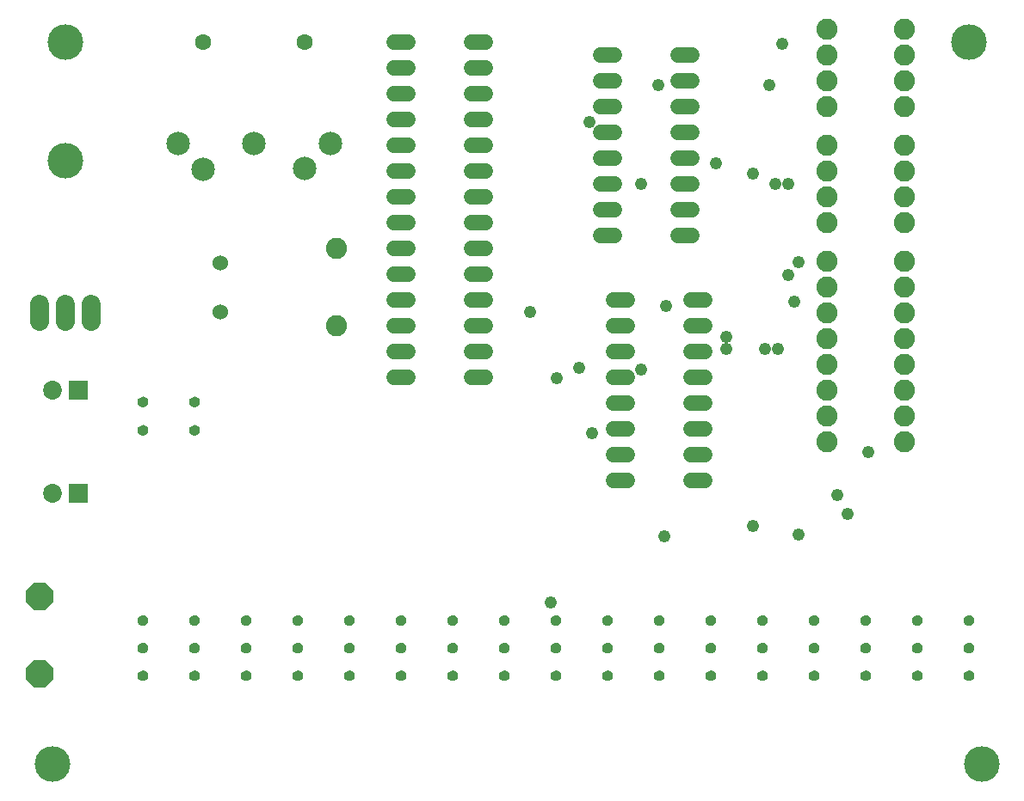
<source format=gts>
G75*
G70*
%OFA0B0*%
%FSLAX24Y24*%
%IPPOS*%
%LPD*%
%AMOC8*
5,1,8,0,0,1.08239X$1,22.5*
%
%ADD10C,0.0907*%
%ADD11C,0.0631*%
%ADD12C,0.0600*%
%ADD13C,0.1380*%
%ADD14C,0.0820*%
%ADD15OC8,0.1080*%
%ADD16C,0.0050*%
%ADD17C,0.0740*%
%ADD18R,0.0730X0.0730*%
%ADD19C,0.0730*%
%ADD20C,0.0600*%
%ADD21C,0.0480*%
D10*
X008546Y024687D03*
X007573Y025683D03*
X010518Y025680D03*
X012483Y024691D03*
X013483Y025683D03*
D11*
X012479Y029613D03*
X008546Y029613D03*
D12*
X015939Y029601D02*
X016459Y029601D01*
X016459Y028601D02*
X015939Y028601D01*
X015939Y027601D02*
X016459Y027601D01*
X016459Y026601D02*
X015939Y026601D01*
X015939Y025601D02*
X016459Y025601D01*
X016459Y024601D02*
X015939Y024601D01*
X015939Y023601D02*
X016459Y023601D01*
X016459Y022601D02*
X015939Y022601D01*
X015939Y021601D02*
X016459Y021601D01*
X016459Y020601D02*
X015939Y020601D01*
X015939Y019601D02*
X016459Y019601D01*
X016459Y018601D02*
X015939Y018601D01*
X015939Y017601D02*
X016459Y017601D01*
X016459Y016601D02*
X015939Y016601D01*
X018939Y016601D02*
X019459Y016601D01*
X019459Y017601D02*
X018939Y017601D01*
X018939Y018601D02*
X019459Y018601D01*
X019459Y019601D02*
X018939Y019601D01*
X018939Y020601D02*
X019459Y020601D01*
X019459Y021601D02*
X018939Y021601D01*
X018939Y022601D02*
X019459Y022601D01*
X019459Y023601D02*
X018939Y023601D01*
X018939Y024601D02*
X019459Y024601D01*
X019459Y025601D02*
X018939Y025601D01*
X018939Y026601D02*
X019459Y026601D01*
X019459Y027601D02*
X018939Y027601D01*
X018939Y028601D02*
X019459Y028601D01*
X019459Y029601D02*
X018939Y029601D01*
X023939Y029101D02*
X024459Y029101D01*
X024459Y028101D02*
X023939Y028101D01*
X023939Y027101D02*
X024459Y027101D01*
X024459Y026101D02*
X023939Y026101D01*
X023939Y025101D02*
X024459Y025101D01*
X024459Y024101D02*
X023939Y024101D01*
X023939Y023101D02*
X024459Y023101D01*
X024459Y022101D02*
X023939Y022101D01*
X026939Y022101D02*
X027459Y022101D01*
X027459Y023101D02*
X026939Y023101D01*
X026939Y024101D02*
X027459Y024101D01*
X027459Y025101D02*
X026939Y025101D01*
X026939Y026101D02*
X027459Y026101D01*
X027459Y027101D02*
X026939Y027101D01*
X026939Y028101D02*
X027459Y028101D01*
X027459Y029101D02*
X026939Y029101D01*
X027439Y019601D02*
X027959Y019601D01*
X027959Y018601D02*
X027439Y018601D01*
X027439Y017601D02*
X027959Y017601D01*
X027959Y016601D02*
X027439Y016601D01*
X027439Y015601D02*
X027959Y015601D01*
X027959Y014601D02*
X027439Y014601D01*
X027439Y013601D02*
X027959Y013601D01*
X027959Y012601D02*
X027439Y012601D01*
X024959Y012601D02*
X024439Y012601D01*
X024439Y013601D02*
X024959Y013601D01*
X024959Y014601D02*
X024439Y014601D01*
X024439Y015601D02*
X024959Y015601D01*
X024959Y016601D02*
X024439Y016601D01*
X024439Y017601D02*
X024959Y017601D01*
X024959Y018601D02*
X024439Y018601D01*
X024439Y019601D02*
X024959Y019601D01*
D13*
X002699Y001601D03*
X003199Y025001D03*
X003199Y029601D03*
X038199Y029601D03*
X038699Y001601D03*
D14*
X035699Y014101D03*
X035699Y015101D03*
X035699Y016101D03*
X035699Y017101D03*
X035699Y018101D03*
X035699Y019101D03*
X035699Y020101D03*
X035699Y021101D03*
X035699Y022601D03*
X035699Y023601D03*
X035699Y024601D03*
X035699Y025601D03*
X035699Y027101D03*
X035699Y028101D03*
X035699Y029101D03*
X035699Y030101D03*
X032699Y030101D03*
X032699Y029101D03*
X032699Y028101D03*
X032699Y027101D03*
X032699Y025601D03*
X032699Y024601D03*
X032699Y023601D03*
X032699Y022601D03*
X032699Y021101D03*
X032699Y020101D03*
X032699Y019101D03*
X032699Y018101D03*
X032699Y017101D03*
X032699Y016101D03*
X032699Y015101D03*
X032699Y014101D03*
X013699Y018601D03*
X013699Y021601D03*
D15*
X002199Y008101D03*
X002199Y005101D03*
D16*
X006025Y005022D02*
X006031Y004984D01*
X006044Y004948D01*
X006065Y004916D01*
X006093Y004890D01*
X006126Y004870D01*
X006162Y004858D01*
X006200Y004855D01*
X006239Y004859D01*
X006275Y004871D01*
X006308Y004891D01*
X006336Y004919D01*
X006357Y004951D01*
X006370Y004987D01*
X006374Y005026D01*
X006371Y005065D01*
X006358Y005103D01*
X006338Y005137D01*
X006310Y005165D01*
X006277Y005187D01*
X006240Y005201D01*
X006200Y005206D01*
X006161Y005200D01*
X006123Y005186D01*
X006089Y005164D01*
X006062Y005135D01*
X006041Y005100D01*
X006029Y005062D01*
X006025Y005022D01*
X006028Y005004D02*
X006372Y005004D01*
X006372Y005052D02*
X006028Y005052D01*
X006042Y005101D02*
X006359Y005101D01*
X006326Y005149D02*
X006076Y005149D01*
X006154Y005198D02*
X006247Y005198D01*
X006358Y004955D02*
X006041Y004955D01*
X006075Y004907D02*
X006324Y004907D01*
X006231Y004858D02*
X006164Y004858D01*
X006203Y005925D02*
X006242Y005929D01*
X006278Y005941D01*
X006311Y005961D01*
X006339Y005989D01*
X006360Y006021D01*
X006373Y006057D01*
X006377Y006096D01*
X006374Y006135D01*
X006361Y006173D01*
X006341Y006207D01*
X006313Y006235D01*
X006280Y006257D01*
X006243Y006271D01*
X006203Y006276D01*
X006164Y006270D01*
X006126Y006256D01*
X006092Y006234D01*
X006065Y006205D01*
X006044Y006170D01*
X006032Y006132D01*
X006028Y006092D01*
X006034Y006054D01*
X006047Y006018D01*
X006068Y005986D01*
X006096Y005960D01*
X006129Y005940D01*
X006165Y005928D01*
X006203Y005925D01*
X006215Y005926D02*
X006190Y005926D01*
X006080Y005975D02*
X006325Y005975D01*
X006360Y006023D02*
X006045Y006023D01*
X006031Y006072D02*
X006374Y006072D01*
X006375Y006120D02*
X006031Y006120D01*
X006044Y006169D02*
X006363Y006169D01*
X006330Y006217D02*
X006077Y006217D01*
X006152Y006266D02*
X006256Y006266D01*
X006199Y006997D02*
X006238Y007001D01*
X006274Y007013D01*
X006307Y007033D01*
X006335Y007061D01*
X006356Y007093D01*
X006369Y007129D01*
X006373Y007168D01*
X006370Y007207D01*
X006357Y007245D01*
X006337Y007279D01*
X006309Y007307D01*
X006276Y007329D01*
X006239Y007343D01*
X006199Y007348D01*
X006160Y007342D01*
X006122Y007328D01*
X006088Y007306D01*
X006061Y007277D01*
X006040Y007242D01*
X006028Y007204D01*
X006024Y007164D01*
X006030Y007126D01*
X006043Y007090D01*
X006064Y007058D01*
X006092Y007032D01*
X006125Y007012D01*
X006161Y007000D01*
X006199Y006997D01*
X006316Y007042D02*
X006080Y007042D01*
X006043Y007091D02*
X006354Y007091D01*
X006370Y007140D02*
X006028Y007140D01*
X006026Y007188D02*
X006371Y007188D01*
X006360Y007237D02*
X006038Y007237D01*
X006069Y007285D02*
X006330Y007285D01*
X006263Y007334D02*
X006137Y007334D01*
X008024Y007164D02*
X008028Y007204D01*
X008040Y007242D01*
X008061Y007277D01*
X008088Y007306D01*
X008122Y007328D01*
X008160Y007342D01*
X008199Y007348D01*
X008239Y007343D01*
X008276Y007329D01*
X008309Y007307D01*
X008337Y007279D01*
X008357Y007245D01*
X008370Y007207D01*
X008373Y007168D01*
X008369Y007129D01*
X008356Y007093D01*
X008335Y007061D01*
X008307Y007033D01*
X008274Y007013D01*
X008238Y007001D01*
X008199Y006997D01*
X008161Y007000D01*
X008125Y007012D01*
X008092Y007032D01*
X008064Y007058D01*
X008043Y007090D01*
X008030Y007126D01*
X008024Y007164D01*
X008026Y007188D02*
X008371Y007188D01*
X008370Y007140D02*
X008028Y007140D01*
X008043Y007091D02*
X008354Y007091D01*
X008316Y007042D02*
X008080Y007042D01*
X008038Y007237D02*
X008360Y007237D01*
X008330Y007285D02*
X008069Y007285D01*
X008137Y007334D02*
X008263Y007334D01*
X008203Y006276D02*
X008243Y006271D01*
X008280Y006257D01*
X008313Y006235D01*
X008341Y006207D01*
X008361Y006173D01*
X008374Y006135D01*
X008377Y006096D01*
X008373Y006057D01*
X008360Y006021D01*
X008339Y005989D01*
X008311Y005961D01*
X008278Y005941D01*
X008242Y005929D01*
X008203Y005925D01*
X008165Y005928D01*
X008129Y005940D01*
X008096Y005960D01*
X008068Y005986D01*
X008047Y006018D01*
X008034Y006054D01*
X008028Y006092D01*
X008032Y006132D01*
X008044Y006170D01*
X008065Y006205D01*
X008092Y006234D01*
X008126Y006256D01*
X008164Y006270D01*
X008203Y006276D01*
X008152Y006266D02*
X008256Y006266D01*
X008330Y006217D02*
X008077Y006217D01*
X008044Y006169D02*
X008363Y006169D01*
X008375Y006120D02*
X008031Y006120D01*
X008031Y006072D02*
X008374Y006072D01*
X008360Y006023D02*
X008045Y006023D01*
X008080Y005975D02*
X008325Y005975D01*
X008215Y005926D02*
X008190Y005926D01*
X008200Y005206D02*
X008240Y005201D01*
X008277Y005187D01*
X008310Y005165D01*
X008338Y005137D01*
X008358Y005103D01*
X008371Y005065D01*
X008374Y005026D01*
X008370Y004987D01*
X008357Y004951D01*
X008336Y004919D01*
X008308Y004891D01*
X008275Y004871D01*
X008239Y004859D01*
X008200Y004855D01*
X008162Y004858D01*
X008126Y004870D01*
X008093Y004890D01*
X008065Y004916D01*
X008044Y004948D01*
X008031Y004984D01*
X008025Y005022D01*
X008029Y005062D01*
X008041Y005100D01*
X008062Y005135D01*
X008089Y005164D01*
X008123Y005186D01*
X008161Y005200D01*
X008200Y005206D01*
X008154Y005198D02*
X008247Y005198D01*
X008326Y005149D02*
X008076Y005149D01*
X008042Y005101D02*
X008359Y005101D01*
X008372Y005052D02*
X008028Y005052D01*
X008028Y005004D02*
X008372Y005004D01*
X008358Y004955D02*
X008041Y004955D01*
X008075Y004907D02*
X008324Y004907D01*
X008231Y004858D02*
X008164Y004858D01*
X010025Y005022D02*
X010031Y004984D01*
X010044Y004948D01*
X010065Y004916D01*
X010093Y004890D01*
X010126Y004870D01*
X010162Y004858D01*
X010200Y004855D01*
X010239Y004859D01*
X010275Y004871D01*
X010308Y004891D01*
X010336Y004919D01*
X010357Y004951D01*
X010370Y004987D01*
X010374Y005026D01*
X010371Y005065D01*
X010358Y005103D01*
X010338Y005137D01*
X010310Y005165D01*
X010277Y005187D01*
X010240Y005201D01*
X010200Y005206D01*
X010161Y005200D01*
X010123Y005186D01*
X010089Y005164D01*
X010062Y005135D01*
X010041Y005100D01*
X010029Y005062D01*
X010025Y005022D01*
X010028Y005004D02*
X010372Y005004D01*
X010372Y005052D02*
X010028Y005052D01*
X010042Y005101D02*
X010359Y005101D01*
X010326Y005149D02*
X010076Y005149D01*
X010154Y005198D02*
X010247Y005198D01*
X010358Y004955D02*
X010041Y004955D01*
X010075Y004907D02*
X010324Y004907D01*
X010231Y004858D02*
X010164Y004858D01*
X010203Y005925D02*
X010242Y005929D01*
X010278Y005941D01*
X010311Y005961D01*
X010339Y005989D01*
X010360Y006021D01*
X010373Y006057D01*
X010377Y006096D01*
X010374Y006135D01*
X010361Y006173D01*
X010341Y006207D01*
X010313Y006235D01*
X010280Y006257D01*
X010243Y006271D01*
X010203Y006276D01*
X010164Y006270D01*
X010126Y006256D01*
X010092Y006234D01*
X010065Y006205D01*
X010044Y006170D01*
X010032Y006132D01*
X010028Y006092D01*
X010034Y006054D01*
X010047Y006018D01*
X010068Y005986D01*
X010096Y005960D01*
X010129Y005940D01*
X010165Y005928D01*
X010203Y005925D01*
X010215Y005926D02*
X010190Y005926D01*
X010080Y005975D02*
X010325Y005975D01*
X010360Y006023D02*
X010045Y006023D01*
X010031Y006072D02*
X010374Y006072D01*
X010375Y006120D02*
X010031Y006120D01*
X010044Y006169D02*
X010363Y006169D01*
X010330Y006217D02*
X010077Y006217D01*
X010152Y006266D02*
X010256Y006266D01*
X010199Y006997D02*
X010238Y007001D01*
X010274Y007013D01*
X010307Y007033D01*
X010335Y007061D01*
X010356Y007093D01*
X010369Y007129D01*
X010373Y007168D01*
X010370Y007207D01*
X010357Y007245D01*
X010337Y007279D01*
X010309Y007307D01*
X010276Y007329D01*
X010239Y007343D01*
X010199Y007348D01*
X010160Y007342D01*
X010122Y007328D01*
X010088Y007306D01*
X010061Y007277D01*
X010040Y007242D01*
X010028Y007204D01*
X010024Y007164D01*
X010030Y007126D01*
X010043Y007090D01*
X010064Y007058D01*
X010092Y007032D01*
X010125Y007012D01*
X010161Y007000D01*
X010199Y006997D01*
X010316Y007042D02*
X010080Y007042D01*
X010043Y007091D02*
X010354Y007091D01*
X010370Y007140D02*
X010028Y007140D01*
X010026Y007188D02*
X010371Y007188D01*
X010360Y007237D02*
X010038Y007237D01*
X010069Y007285D02*
X010330Y007285D01*
X010263Y007334D02*
X010137Y007334D01*
X012024Y007164D02*
X012028Y007204D01*
X012040Y007242D01*
X012061Y007277D01*
X012088Y007306D01*
X012122Y007328D01*
X012160Y007342D01*
X012199Y007348D01*
X012239Y007343D01*
X012276Y007329D01*
X012309Y007307D01*
X012337Y007279D01*
X012357Y007245D01*
X012370Y007207D01*
X012373Y007168D01*
X012369Y007129D01*
X012356Y007093D01*
X012335Y007061D01*
X012307Y007033D01*
X012274Y007013D01*
X012238Y007001D01*
X012199Y006997D01*
X012161Y007000D01*
X012125Y007012D01*
X012092Y007032D01*
X012064Y007058D01*
X012043Y007090D01*
X012030Y007126D01*
X012024Y007164D01*
X012026Y007188D02*
X012371Y007188D01*
X012370Y007140D02*
X012028Y007140D01*
X012043Y007091D02*
X012354Y007091D01*
X012316Y007042D02*
X012080Y007042D01*
X012038Y007237D02*
X012360Y007237D01*
X012330Y007285D02*
X012069Y007285D01*
X012137Y007334D02*
X012263Y007334D01*
X012203Y006276D02*
X012243Y006271D01*
X012280Y006257D01*
X012313Y006235D01*
X012341Y006207D01*
X012361Y006173D01*
X012374Y006135D01*
X012377Y006096D01*
X012373Y006057D01*
X012360Y006021D01*
X012339Y005989D01*
X012311Y005961D01*
X012278Y005941D01*
X012242Y005929D01*
X012203Y005925D01*
X012165Y005928D01*
X012129Y005940D01*
X012096Y005960D01*
X012068Y005986D01*
X012047Y006018D01*
X012034Y006054D01*
X012028Y006092D01*
X012032Y006132D01*
X012044Y006170D01*
X012065Y006205D01*
X012092Y006234D01*
X012126Y006256D01*
X012164Y006270D01*
X012203Y006276D01*
X012152Y006266D02*
X012256Y006266D01*
X012330Y006217D02*
X012077Y006217D01*
X012044Y006169D02*
X012363Y006169D01*
X012375Y006120D02*
X012031Y006120D01*
X012031Y006072D02*
X012374Y006072D01*
X012360Y006023D02*
X012045Y006023D01*
X012080Y005975D02*
X012325Y005975D01*
X012215Y005926D02*
X012190Y005926D01*
X012200Y005206D02*
X012240Y005201D01*
X012277Y005187D01*
X012310Y005165D01*
X012338Y005137D01*
X012358Y005103D01*
X012371Y005065D01*
X012374Y005026D01*
X012370Y004987D01*
X012357Y004951D01*
X012336Y004919D01*
X012308Y004891D01*
X012275Y004871D01*
X012239Y004859D01*
X012200Y004855D01*
X012162Y004858D01*
X012126Y004870D01*
X012093Y004890D01*
X012065Y004916D01*
X012044Y004948D01*
X012031Y004984D01*
X012025Y005022D01*
X012029Y005062D01*
X012041Y005100D01*
X012062Y005135D01*
X012089Y005164D01*
X012123Y005186D01*
X012161Y005200D01*
X012200Y005206D01*
X012154Y005198D02*
X012247Y005198D01*
X012326Y005149D02*
X012076Y005149D01*
X012042Y005101D02*
X012359Y005101D01*
X012372Y005052D02*
X012028Y005052D01*
X012028Y005004D02*
X012372Y005004D01*
X012358Y004955D02*
X012041Y004955D01*
X012075Y004907D02*
X012324Y004907D01*
X012231Y004858D02*
X012164Y004858D01*
X014025Y005022D02*
X014031Y004984D01*
X014044Y004948D01*
X014065Y004916D01*
X014093Y004890D01*
X014126Y004870D01*
X014162Y004858D01*
X014200Y004855D01*
X014239Y004859D01*
X014275Y004871D01*
X014308Y004891D01*
X014336Y004919D01*
X014357Y004951D01*
X014370Y004987D01*
X014374Y005026D01*
X014371Y005065D01*
X014358Y005103D01*
X014338Y005137D01*
X014310Y005165D01*
X014277Y005187D01*
X014240Y005201D01*
X014200Y005206D01*
X014161Y005200D01*
X014123Y005186D01*
X014089Y005164D01*
X014062Y005135D01*
X014041Y005100D01*
X014029Y005062D01*
X014025Y005022D01*
X014028Y005004D02*
X014372Y005004D01*
X014372Y005052D02*
X014028Y005052D01*
X014042Y005101D02*
X014359Y005101D01*
X014326Y005149D02*
X014076Y005149D01*
X014154Y005198D02*
X014247Y005198D01*
X014358Y004955D02*
X014041Y004955D01*
X014075Y004907D02*
X014324Y004907D01*
X014231Y004858D02*
X014164Y004858D01*
X014203Y005925D02*
X014242Y005929D01*
X014278Y005941D01*
X014311Y005961D01*
X014339Y005989D01*
X014360Y006021D01*
X014373Y006057D01*
X014377Y006096D01*
X014374Y006135D01*
X014361Y006173D01*
X014341Y006207D01*
X014313Y006235D01*
X014280Y006257D01*
X014243Y006271D01*
X014203Y006276D01*
X014164Y006270D01*
X014126Y006256D01*
X014092Y006234D01*
X014065Y006205D01*
X014044Y006170D01*
X014032Y006132D01*
X014028Y006092D01*
X014034Y006054D01*
X014047Y006018D01*
X014068Y005986D01*
X014096Y005960D01*
X014129Y005940D01*
X014165Y005928D01*
X014203Y005925D01*
X014215Y005926D02*
X014190Y005926D01*
X014080Y005975D02*
X014325Y005975D01*
X014360Y006023D02*
X014045Y006023D01*
X014031Y006072D02*
X014374Y006072D01*
X014375Y006120D02*
X014031Y006120D01*
X014044Y006169D02*
X014363Y006169D01*
X014330Y006217D02*
X014077Y006217D01*
X014152Y006266D02*
X014256Y006266D01*
X014199Y006997D02*
X014238Y007001D01*
X014274Y007013D01*
X014307Y007033D01*
X014335Y007061D01*
X014356Y007093D01*
X014369Y007129D01*
X014373Y007168D01*
X014370Y007207D01*
X014357Y007245D01*
X014337Y007279D01*
X014309Y007307D01*
X014276Y007329D01*
X014239Y007343D01*
X014199Y007348D01*
X014160Y007342D01*
X014122Y007328D01*
X014088Y007306D01*
X014061Y007277D01*
X014040Y007242D01*
X014028Y007204D01*
X014024Y007164D01*
X014030Y007126D01*
X014043Y007090D01*
X014064Y007058D01*
X014092Y007032D01*
X014125Y007012D01*
X014161Y007000D01*
X014199Y006997D01*
X014316Y007042D02*
X014080Y007042D01*
X014043Y007091D02*
X014354Y007091D01*
X014370Y007140D02*
X014028Y007140D01*
X014026Y007188D02*
X014371Y007188D01*
X014360Y007237D02*
X014038Y007237D01*
X014069Y007285D02*
X014330Y007285D01*
X014263Y007334D02*
X014137Y007334D01*
X016024Y007164D02*
X016028Y007204D01*
X016040Y007242D01*
X016061Y007277D01*
X016088Y007306D01*
X016122Y007328D01*
X016160Y007342D01*
X016199Y007348D01*
X016239Y007343D01*
X016276Y007329D01*
X016309Y007307D01*
X016337Y007279D01*
X016357Y007245D01*
X016370Y007207D01*
X016373Y007168D01*
X016369Y007129D01*
X016356Y007093D01*
X016335Y007061D01*
X016307Y007033D01*
X016274Y007013D01*
X016238Y007001D01*
X016199Y006997D01*
X016161Y007000D01*
X016125Y007012D01*
X016092Y007032D01*
X016064Y007058D01*
X016043Y007090D01*
X016030Y007126D01*
X016024Y007164D01*
X016026Y007188D02*
X016371Y007188D01*
X016370Y007140D02*
X016028Y007140D01*
X016043Y007091D02*
X016354Y007091D01*
X016316Y007042D02*
X016080Y007042D01*
X016038Y007237D02*
X016360Y007237D01*
X016330Y007285D02*
X016069Y007285D01*
X016137Y007334D02*
X016263Y007334D01*
X016203Y006276D02*
X016243Y006271D01*
X016280Y006257D01*
X016313Y006235D01*
X016341Y006207D01*
X016361Y006173D01*
X016374Y006135D01*
X016377Y006096D01*
X016373Y006057D01*
X016360Y006021D01*
X016339Y005989D01*
X016311Y005961D01*
X016278Y005941D01*
X016242Y005929D01*
X016203Y005925D01*
X016165Y005928D01*
X016129Y005940D01*
X016096Y005960D01*
X016068Y005986D01*
X016047Y006018D01*
X016034Y006054D01*
X016028Y006092D01*
X016032Y006132D01*
X016044Y006170D01*
X016065Y006205D01*
X016092Y006234D01*
X016126Y006256D01*
X016164Y006270D01*
X016203Y006276D01*
X016152Y006266D02*
X016256Y006266D01*
X016330Y006217D02*
X016077Y006217D01*
X016044Y006169D02*
X016363Y006169D01*
X016375Y006120D02*
X016031Y006120D01*
X016031Y006072D02*
X016374Y006072D01*
X016360Y006023D02*
X016045Y006023D01*
X016080Y005975D02*
X016325Y005975D01*
X016215Y005926D02*
X016190Y005926D01*
X016200Y005206D02*
X016240Y005201D01*
X016277Y005187D01*
X016310Y005165D01*
X016338Y005137D01*
X016358Y005103D01*
X016371Y005065D01*
X016374Y005026D01*
X016370Y004987D01*
X016357Y004951D01*
X016336Y004919D01*
X016308Y004891D01*
X016275Y004871D01*
X016239Y004859D01*
X016200Y004855D01*
X016162Y004858D01*
X016126Y004870D01*
X016093Y004890D01*
X016065Y004916D01*
X016044Y004948D01*
X016031Y004984D01*
X016025Y005022D01*
X016029Y005062D01*
X016041Y005100D01*
X016062Y005135D01*
X016089Y005164D01*
X016123Y005186D01*
X016161Y005200D01*
X016200Y005206D01*
X016154Y005198D02*
X016247Y005198D01*
X016326Y005149D02*
X016076Y005149D01*
X016042Y005101D02*
X016359Y005101D01*
X016372Y005052D02*
X016028Y005052D01*
X016028Y005004D02*
X016372Y005004D01*
X016358Y004955D02*
X016041Y004955D01*
X016075Y004907D02*
X016324Y004907D01*
X016231Y004858D02*
X016164Y004858D01*
X018025Y005022D02*
X018031Y004984D01*
X018044Y004948D01*
X018065Y004916D01*
X018093Y004890D01*
X018126Y004870D01*
X018162Y004858D01*
X018200Y004855D01*
X018239Y004859D01*
X018275Y004871D01*
X018308Y004891D01*
X018336Y004919D01*
X018357Y004951D01*
X018370Y004987D01*
X018374Y005026D01*
X018371Y005065D01*
X018358Y005103D01*
X018338Y005137D01*
X018310Y005165D01*
X018277Y005187D01*
X018240Y005201D01*
X018200Y005206D01*
X018161Y005200D01*
X018123Y005186D01*
X018089Y005164D01*
X018062Y005135D01*
X018041Y005100D01*
X018029Y005062D01*
X018025Y005022D01*
X018028Y005004D02*
X018372Y005004D01*
X018372Y005052D02*
X018028Y005052D01*
X018042Y005101D02*
X018359Y005101D01*
X018326Y005149D02*
X018076Y005149D01*
X018154Y005198D02*
X018247Y005198D01*
X018358Y004955D02*
X018041Y004955D01*
X018075Y004907D02*
X018324Y004907D01*
X018231Y004858D02*
X018164Y004858D01*
X018203Y005925D02*
X018242Y005929D01*
X018278Y005941D01*
X018311Y005961D01*
X018339Y005989D01*
X018360Y006021D01*
X018373Y006057D01*
X018377Y006096D01*
X018374Y006135D01*
X018361Y006173D01*
X018341Y006207D01*
X018313Y006235D01*
X018280Y006257D01*
X018243Y006271D01*
X018203Y006276D01*
X018164Y006270D01*
X018126Y006256D01*
X018092Y006234D01*
X018065Y006205D01*
X018044Y006170D01*
X018032Y006132D01*
X018028Y006092D01*
X018034Y006054D01*
X018047Y006018D01*
X018068Y005986D01*
X018096Y005960D01*
X018129Y005940D01*
X018165Y005928D01*
X018203Y005925D01*
X018215Y005926D02*
X018190Y005926D01*
X018080Y005975D02*
X018325Y005975D01*
X018360Y006023D02*
X018045Y006023D01*
X018031Y006072D02*
X018374Y006072D01*
X018375Y006120D02*
X018031Y006120D01*
X018044Y006169D02*
X018363Y006169D01*
X018330Y006217D02*
X018077Y006217D01*
X018152Y006266D02*
X018256Y006266D01*
X018199Y006997D02*
X018238Y007001D01*
X018274Y007013D01*
X018307Y007033D01*
X018335Y007061D01*
X018356Y007093D01*
X018369Y007129D01*
X018373Y007168D01*
X018370Y007207D01*
X018357Y007245D01*
X018337Y007279D01*
X018309Y007307D01*
X018276Y007329D01*
X018239Y007343D01*
X018199Y007348D01*
X018160Y007342D01*
X018122Y007328D01*
X018088Y007306D01*
X018061Y007277D01*
X018040Y007242D01*
X018028Y007204D01*
X018024Y007164D01*
X018030Y007126D01*
X018043Y007090D01*
X018064Y007058D01*
X018092Y007032D01*
X018125Y007012D01*
X018161Y007000D01*
X018199Y006997D01*
X018316Y007042D02*
X018080Y007042D01*
X018043Y007091D02*
X018354Y007091D01*
X018370Y007140D02*
X018028Y007140D01*
X018026Y007188D02*
X018371Y007188D01*
X018360Y007237D02*
X018038Y007237D01*
X018069Y007285D02*
X018330Y007285D01*
X018263Y007334D02*
X018137Y007334D01*
X020024Y007164D02*
X020028Y007204D01*
X020040Y007242D01*
X020061Y007277D01*
X020088Y007306D01*
X020122Y007328D01*
X020160Y007342D01*
X020199Y007348D01*
X020239Y007343D01*
X020276Y007329D01*
X020309Y007307D01*
X020337Y007279D01*
X020357Y007245D01*
X020370Y007207D01*
X020373Y007168D01*
X020369Y007129D01*
X020356Y007093D01*
X020335Y007061D01*
X020307Y007033D01*
X020274Y007013D01*
X020238Y007001D01*
X020199Y006997D01*
X020161Y007000D01*
X020125Y007012D01*
X020092Y007032D01*
X020064Y007058D01*
X020043Y007090D01*
X020030Y007126D01*
X020024Y007164D01*
X020026Y007188D02*
X020371Y007188D01*
X020370Y007140D02*
X020028Y007140D01*
X020043Y007091D02*
X020354Y007091D01*
X020316Y007042D02*
X020080Y007042D01*
X020038Y007237D02*
X020360Y007237D01*
X020330Y007285D02*
X020069Y007285D01*
X020137Y007334D02*
X020263Y007334D01*
X020203Y006276D02*
X020243Y006271D01*
X020280Y006257D01*
X020313Y006235D01*
X020341Y006207D01*
X020361Y006173D01*
X020374Y006135D01*
X020377Y006096D01*
X020373Y006057D01*
X020360Y006021D01*
X020339Y005989D01*
X020311Y005961D01*
X020278Y005941D01*
X020242Y005929D01*
X020203Y005925D01*
X020165Y005928D01*
X020129Y005940D01*
X020096Y005960D01*
X020068Y005986D01*
X020047Y006018D01*
X020034Y006054D01*
X020028Y006092D01*
X020032Y006132D01*
X020044Y006170D01*
X020065Y006205D01*
X020092Y006234D01*
X020126Y006256D01*
X020164Y006270D01*
X020203Y006276D01*
X020152Y006266D02*
X020256Y006266D01*
X020330Y006217D02*
X020077Y006217D01*
X020044Y006169D02*
X020363Y006169D01*
X020375Y006120D02*
X020031Y006120D01*
X020031Y006072D02*
X020374Y006072D01*
X020360Y006023D02*
X020045Y006023D01*
X020080Y005975D02*
X020325Y005975D01*
X020215Y005926D02*
X020190Y005926D01*
X020200Y005206D02*
X020240Y005201D01*
X020277Y005187D01*
X020310Y005165D01*
X020338Y005137D01*
X020358Y005103D01*
X020371Y005065D01*
X020374Y005026D01*
X020370Y004987D01*
X020357Y004951D01*
X020336Y004919D01*
X020308Y004891D01*
X020275Y004871D01*
X020239Y004859D01*
X020200Y004855D01*
X020162Y004858D01*
X020126Y004870D01*
X020093Y004890D01*
X020065Y004916D01*
X020044Y004948D01*
X020031Y004984D01*
X020025Y005022D01*
X020029Y005062D01*
X020041Y005100D01*
X020062Y005135D01*
X020089Y005164D01*
X020123Y005186D01*
X020161Y005200D01*
X020200Y005206D01*
X020154Y005198D02*
X020247Y005198D01*
X020326Y005149D02*
X020076Y005149D01*
X020042Y005101D02*
X020359Y005101D01*
X020372Y005052D02*
X020028Y005052D01*
X020028Y005004D02*
X020372Y005004D01*
X020358Y004955D02*
X020041Y004955D01*
X020075Y004907D02*
X020324Y004907D01*
X020231Y004858D02*
X020164Y004858D01*
X022025Y005022D02*
X022031Y004984D01*
X022044Y004948D01*
X022065Y004916D01*
X022093Y004890D01*
X022126Y004870D01*
X022162Y004858D01*
X022200Y004855D01*
X022239Y004859D01*
X022275Y004871D01*
X022308Y004891D01*
X022336Y004919D01*
X022357Y004951D01*
X022370Y004987D01*
X022374Y005026D01*
X022371Y005065D01*
X022358Y005103D01*
X022338Y005137D01*
X022310Y005165D01*
X022277Y005187D01*
X022240Y005201D01*
X022200Y005206D01*
X022161Y005200D01*
X022123Y005186D01*
X022089Y005164D01*
X022062Y005135D01*
X022041Y005100D01*
X022029Y005062D01*
X022025Y005022D01*
X022028Y005004D02*
X022372Y005004D01*
X022372Y005052D02*
X022028Y005052D01*
X022042Y005101D02*
X022359Y005101D01*
X022326Y005149D02*
X022076Y005149D01*
X022154Y005198D02*
X022247Y005198D01*
X022358Y004955D02*
X022041Y004955D01*
X022075Y004907D02*
X022324Y004907D01*
X022231Y004858D02*
X022164Y004858D01*
X022203Y005925D02*
X022242Y005929D01*
X022278Y005941D01*
X022311Y005961D01*
X022339Y005989D01*
X022360Y006021D01*
X022373Y006057D01*
X022377Y006096D01*
X022374Y006135D01*
X022361Y006173D01*
X022341Y006207D01*
X022313Y006235D01*
X022280Y006257D01*
X022243Y006271D01*
X022203Y006276D01*
X022164Y006270D01*
X022126Y006256D01*
X022092Y006234D01*
X022065Y006205D01*
X022044Y006170D01*
X022032Y006132D01*
X022028Y006092D01*
X022034Y006054D01*
X022047Y006018D01*
X022068Y005986D01*
X022096Y005960D01*
X022129Y005940D01*
X022165Y005928D01*
X022203Y005925D01*
X022215Y005926D02*
X022190Y005926D01*
X022080Y005975D02*
X022325Y005975D01*
X022360Y006023D02*
X022045Y006023D01*
X022031Y006072D02*
X022374Y006072D01*
X022375Y006120D02*
X022031Y006120D01*
X022044Y006169D02*
X022363Y006169D01*
X022330Y006217D02*
X022077Y006217D01*
X022152Y006266D02*
X022256Y006266D01*
X022199Y006997D02*
X022161Y007000D01*
X022125Y007012D01*
X022092Y007032D01*
X022064Y007058D01*
X022043Y007090D01*
X022030Y007126D01*
X022024Y007164D01*
X022028Y007204D01*
X022040Y007242D01*
X022061Y007277D01*
X022088Y007306D01*
X022122Y007328D01*
X022160Y007342D01*
X022199Y007348D01*
X022239Y007343D01*
X022276Y007329D01*
X022309Y007307D01*
X022337Y007279D01*
X022357Y007245D01*
X022370Y007207D01*
X022373Y007168D01*
X022369Y007129D01*
X022356Y007093D01*
X022335Y007061D01*
X022307Y007033D01*
X022274Y007013D01*
X022238Y007001D01*
X022199Y006997D01*
X022316Y007042D02*
X022080Y007042D01*
X022043Y007091D02*
X022354Y007091D01*
X022370Y007140D02*
X022028Y007140D01*
X022026Y007188D02*
X022371Y007188D01*
X022360Y007237D02*
X022038Y007237D01*
X022069Y007285D02*
X022330Y007285D01*
X022263Y007334D02*
X022137Y007334D01*
X024024Y007164D02*
X024028Y007204D01*
X024040Y007242D01*
X024061Y007277D01*
X024088Y007306D01*
X024122Y007328D01*
X024160Y007342D01*
X024199Y007348D01*
X024239Y007343D01*
X024276Y007329D01*
X024309Y007307D01*
X024337Y007279D01*
X024357Y007245D01*
X024370Y007207D01*
X024373Y007168D01*
X024369Y007129D01*
X024356Y007093D01*
X024335Y007061D01*
X024307Y007033D01*
X024274Y007013D01*
X024238Y007001D01*
X024199Y006997D01*
X024161Y007000D01*
X024125Y007012D01*
X024092Y007032D01*
X024064Y007058D01*
X024043Y007090D01*
X024030Y007126D01*
X024024Y007164D01*
X024026Y007188D02*
X024371Y007188D01*
X024370Y007140D02*
X024028Y007140D01*
X024043Y007091D02*
X024354Y007091D01*
X024316Y007042D02*
X024080Y007042D01*
X024038Y007237D02*
X024360Y007237D01*
X024330Y007285D02*
X024069Y007285D01*
X024137Y007334D02*
X024263Y007334D01*
X024203Y006276D02*
X024164Y006270D01*
X024126Y006256D01*
X024092Y006234D01*
X024065Y006205D01*
X024044Y006170D01*
X024032Y006132D01*
X024028Y006092D01*
X024034Y006054D01*
X024047Y006018D01*
X024068Y005986D01*
X024096Y005960D01*
X024129Y005940D01*
X024165Y005928D01*
X024203Y005925D01*
X024242Y005929D01*
X024278Y005941D01*
X024311Y005961D01*
X024339Y005989D01*
X024360Y006021D01*
X024373Y006057D01*
X024377Y006096D01*
X024374Y006135D01*
X024361Y006173D01*
X024341Y006207D01*
X024313Y006235D01*
X024280Y006257D01*
X024243Y006271D01*
X024203Y006276D01*
X024152Y006266D02*
X024256Y006266D01*
X024330Y006217D02*
X024077Y006217D01*
X024044Y006169D02*
X024363Y006169D01*
X024375Y006120D02*
X024031Y006120D01*
X024031Y006072D02*
X024374Y006072D01*
X024360Y006023D02*
X024045Y006023D01*
X024080Y005975D02*
X024325Y005975D01*
X024215Y005926D02*
X024190Y005926D01*
X024200Y005206D02*
X024161Y005200D01*
X024123Y005186D01*
X024089Y005164D01*
X024062Y005135D01*
X024041Y005100D01*
X024029Y005062D01*
X024025Y005022D01*
X024031Y004984D01*
X024044Y004948D01*
X024065Y004916D01*
X024093Y004890D01*
X024126Y004870D01*
X024162Y004858D01*
X024200Y004855D01*
X024239Y004859D01*
X024275Y004871D01*
X024308Y004891D01*
X024336Y004919D01*
X024357Y004951D01*
X024370Y004987D01*
X024374Y005026D01*
X024371Y005065D01*
X024358Y005103D01*
X024338Y005137D01*
X024310Y005165D01*
X024277Y005187D01*
X024240Y005201D01*
X024200Y005206D01*
X024154Y005198D02*
X024247Y005198D01*
X024326Y005149D02*
X024076Y005149D01*
X024042Y005101D02*
X024359Y005101D01*
X024372Y005052D02*
X024028Y005052D01*
X024028Y005004D02*
X024372Y005004D01*
X024358Y004955D02*
X024041Y004955D01*
X024075Y004907D02*
X024324Y004907D01*
X024231Y004858D02*
X024164Y004858D01*
X026025Y005022D02*
X026031Y004984D01*
X026044Y004948D01*
X026065Y004916D01*
X026093Y004890D01*
X026126Y004870D01*
X026162Y004858D01*
X026200Y004855D01*
X026239Y004859D01*
X026275Y004871D01*
X026308Y004891D01*
X026336Y004919D01*
X026357Y004951D01*
X026370Y004987D01*
X026374Y005026D01*
X026371Y005065D01*
X026358Y005103D01*
X026338Y005137D01*
X026310Y005165D01*
X026277Y005187D01*
X026240Y005201D01*
X026200Y005206D01*
X026161Y005200D01*
X026123Y005186D01*
X026089Y005164D01*
X026062Y005135D01*
X026041Y005100D01*
X026029Y005062D01*
X026025Y005022D01*
X026028Y005004D02*
X026372Y005004D01*
X026372Y005052D02*
X026028Y005052D01*
X026042Y005101D02*
X026359Y005101D01*
X026326Y005149D02*
X026076Y005149D01*
X026154Y005198D02*
X026247Y005198D01*
X026358Y004955D02*
X026041Y004955D01*
X026075Y004907D02*
X026324Y004907D01*
X026231Y004858D02*
X026164Y004858D01*
X026203Y005925D02*
X026242Y005929D01*
X026278Y005941D01*
X026311Y005961D01*
X026339Y005989D01*
X026360Y006021D01*
X026373Y006057D01*
X026377Y006096D01*
X026374Y006135D01*
X026361Y006173D01*
X026341Y006207D01*
X026313Y006235D01*
X026280Y006257D01*
X026243Y006271D01*
X026203Y006276D01*
X026164Y006270D01*
X026126Y006256D01*
X026092Y006234D01*
X026065Y006205D01*
X026044Y006170D01*
X026032Y006132D01*
X026028Y006092D01*
X026034Y006054D01*
X026047Y006018D01*
X026068Y005986D01*
X026096Y005960D01*
X026129Y005940D01*
X026165Y005928D01*
X026203Y005925D01*
X026215Y005926D02*
X026190Y005926D01*
X026080Y005975D02*
X026325Y005975D01*
X026360Y006023D02*
X026045Y006023D01*
X026031Y006072D02*
X026374Y006072D01*
X026375Y006120D02*
X026031Y006120D01*
X026044Y006169D02*
X026363Y006169D01*
X026330Y006217D02*
X026077Y006217D01*
X026152Y006266D02*
X026256Y006266D01*
X026199Y006997D02*
X026161Y007000D01*
X026125Y007012D01*
X026092Y007032D01*
X026064Y007058D01*
X026043Y007090D01*
X026030Y007126D01*
X026024Y007164D01*
X026028Y007204D01*
X026040Y007242D01*
X026061Y007277D01*
X026088Y007306D01*
X026122Y007328D01*
X026160Y007342D01*
X026199Y007348D01*
X026239Y007343D01*
X026276Y007329D01*
X026309Y007307D01*
X026337Y007279D01*
X026357Y007245D01*
X026370Y007207D01*
X026373Y007168D01*
X026369Y007129D01*
X026356Y007093D01*
X026335Y007061D01*
X026307Y007033D01*
X026274Y007013D01*
X026238Y007001D01*
X026199Y006997D01*
X026316Y007042D02*
X026080Y007042D01*
X026043Y007091D02*
X026354Y007091D01*
X026370Y007140D02*
X026028Y007140D01*
X026026Y007188D02*
X026371Y007188D01*
X026360Y007237D02*
X026038Y007237D01*
X026069Y007285D02*
X026330Y007285D01*
X026263Y007334D02*
X026137Y007334D01*
X028024Y007164D02*
X028028Y007204D01*
X028040Y007242D01*
X028061Y007277D01*
X028088Y007306D01*
X028122Y007328D01*
X028160Y007342D01*
X028199Y007348D01*
X028239Y007343D01*
X028276Y007329D01*
X028309Y007307D01*
X028337Y007279D01*
X028357Y007245D01*
X028370Y007207D01*
X028373Y007168D01*
X028369Y007129D01*
X028356Y007093D01*
X028335Y007061D01*
X028307Y007033D01*
X028274Y007013D01*
X028238Y007001D01*
X028199Y006997D01*
X028161Y007000D01*
X028125Y007012D01*
X028092Y007032D01*
X028064Y007058D01*
X028043Y007090D01*
X028030Y007126D01*
X028024Y007164D01*
X028026Y007188D02*
X028371Y007188D01*
X028370Y007140D02*
X028028Y007140D01*
X028043Y007091D02*
X028354Y007091D01*
X028316Y007042D02*
X028080Y007042D01*
X028038Y007237D02*
X028360Y007237D01*
X028330Y007285D02*
X028069Y007285D01*
X028137Y007334D02*
X028263Y007334D01*
X028203Y006276D02*
X028243Y006271D01*
X028280Y006257D01*
X028313Y006235D01*
X028341Y006207D01*
X028361Y006173D01*
X028374Y006135D01*
X028377Y006096D01*
X028373Y006057D01*
X028360Y006021D01*
X028339Y005989D01*
X028311Y005961D01*
X028278Y005941D01*
X028242Y005929D01*
X028203Y005925D01*
X028165Y005928D01*
X028129Y005940D01*
X028096Y005960D01*
X028068Y005986D01*
X028047Y006018D01*
X028034Y006054D01*
X028028Y006092D01*
X028032Y006132D01*
X028044Y006170D01*
X028065Y006205D01*
X028092Y006234D01*
X028126Y006256D01*
X028164Y006270D01*
X028203Y006276D01*
X028152Y006266D02*
X028256Y006266D01*
X028330Y006217D02*
X028077Y006217D01*
X028044Y006169D02*
X028363Y006169D01*
X028375Y006120D02*
X028031Y006120D01*
X028031Y006072D02*
X028374Y006072D01*
X028360Y006023D02*
X028045Y006023D01*
X028080Y005975D02*
X028325Y005975D01*
X028215Y005926D02*
X028190Y005926D01*
X028200Y005206D02*
X028240Y005201D01*
X028277Y005187D01*
X028310Y005165D01*
X028338Y005137D01*
X028358Y005103D01*
X028371Y005065D01*
X028374Y005026D01*
X028370Y004987D01*
X028357Y004951D01*
X028336Y004919D01*
X028308Y004891D01*
X028275Y004871D01*
X028239Y004859D01*
X028200Y004855D01*
X028162Y004858D01*
X028126Y004870D01*
X028093Y004890D01*
X028065Y004916D01*
X028044Y004948D01*
X028031Y004984D01*
X028025Y005022D01*
X028029Y005062D01*
X028041Y005100D01*
X028062Y005135D01*
X028089Y005164D01*
X028123Y005186D01*
X028161Y005200D01*
X028200Y005206D01*
X028154Y005198D02*
X028247Y005198D01*
X028326Y005149D02*
X028076Y005149D01*
X028042Y005101D02*
X028359Y005101D01*
X028372Y005052D02*
X028028Y005052D01*
X028028Y005004D02*
X028372Y005004D01*
X028358Y004955D02*
X028041Y004955D01*
X028075Y004907D02*
X028324Y004907D01*
X028231Y004858D02*
X028164Y004858D01*
X030025Y005022D02*
X030031Y004984D01*
X030044Y004948D01*
X030065Y004916D01*
X030093Y004890D01*
X030126Y004870D01*
X030162Y004858D01*
X030200Y004855D01*
X030239Y004859D01*
X030275Y004871D01*
X030308Y004891D01*
X030336Y004919D01*
X030357Y004951D01*
X030370Y004987D01*
X030374Y005026D01*
X030371Y005065D01*
X030358Y005103D01*
X030338Y005137D01*
X030310Y005165D01*
X030277Y005187D01*
X030240Y005201D01*
X030200Y005206D01*
X030161Y005200D01*
X030123Y005186D01*
X030089Y005164D01*
X030062Y005135D01*
X030041Y005100D01*
X030029Y005062D01*
X030025Y005022D01*
X030028Y005004D02*
X030372Y005004D01*
X030372Y005052D02*
X030028Y005052D01*
X030042Y005101D02*
X030359Y005101D01*
X030326Y005149D02*
X030076Y005149D01*
X030154Y005198D02*
X030247Y005198D01*
X030358Y004955D02*
X030041Y004955D01*
X030075Y004907D02*
X030324Y004907D01*
X030231Y004858D02*
X030164Y004858D01*
X030203Y005925D02*
X030242Y005929D01*
X030278Y005941D01*
X030311Y005961D01*
X030339Y005989D01*
X030360Y006021D01*
X030373Y006057D01*
X030377Y006096D01*
X030374Y006135D01*
X030361Y006173D01*
X030341Y006207D01*
X030313Y006235D01*
X030280Y006257D01*
X030243Y006271D01*
X030203Y006276D01*
X030164Y006270D01*
X030126Y006256D01*
X030092Y006234D01*
X030065Y006205D01*
X030044Y006170D01*
X030032Y006132D01*
X030028Y006092D01*
X030034Y006054D01*
X030047Y006018D01*
X030068Y005986D01*
X030096Y005960D01*
X030129Y005940D01*
X030165Y005928D01*
X030203Y005925D01*
X030215Y005926D02*
X030190Y005926D01*
X030080Y005975D02*
X030325Y005975D01*
X030360Y006023D02*
X030045Y006023D01*
X030031Y006072D02*
X030374Y006072D01*
X030375Y006120D02*
X030031Y006120D01*
X030044Y006169D02*
X030363Y006169D01*
X030330Y006217D02*
X030077Y006217D01*
X030152Y006266D02*
X030256Y006266D01*
X030199Y006997D02*
X030238Y007001D01*
X030274Y007013D01*
X030307Y007033D01*
X030335Y007061D01*
X030356Y007093D01*
X030369Y007129D01*
X030373Y007168D01*
X030370Y007207D01*
X030357Y007245D01*
X030337Y007279D01*
X030309Y007307D01*
X030276Y007329D01*
X030239Y007343D01*
X030199Y007348D01*
X030160Y007342D01*
X030122Y007328D01*
X030088Y007306D01*
X030061Y007277D01*
X030040Y007242D01*
X030028Y007204D01*
X030024Y007164D01*
X030030Y007126D01*
X030043Y007090D01*
X030064Y007058D01*
X030092Y007032D01*
X030125Y007012D01*
X030161Y007000D01*
X030199Y006997D01*
X030316Y007042D02*
X030080Y007042D01*
X030043Y007091D02*
X030354Y007091D01*
X030370Y007140D02*
X030028Y007140D01*
X030026Y007188D02*
X030371Y007188D01*
X030360Y007237D02*
X030038Y007237D01*
X030069Y007285D02*
X030330Y007285D01*
X030263Y007334D02*
X030137Y007334D01*
X032024Y007164D02*
X032028Y007204D01*
X032040Y007242D01*
X032061Y007277D01*
X032088Y007306D01*
X032122Y007328D01*
X032160Y007342D01*
X032199Y007348D01*
X032239Y007343D01*
X032276Y007329D01*
X032309Y007307D01*
X032337Y007279D01*
X032357Y007245D01*
X032370Y007207D01*
X032373Y007168D01*
X032369Y007129D01*
X032356Y007093D01*
X032335Y007061D01*
X032307Y007033D01*
X032274Y007013D01*
X032238Y007001D01*
X032199Y006997D01*
X032161Y007000D01*
X032125Y007012D01*
X032092Y007032D01*
X032064Y007058D01*
X032043Y007090D01*
X032030Y007126D01*
X032024Y007164D01*
X032026Y007188D02*
X032371Y007188D01*
X032370Y007140D02*
X032028Y007140D01*
X032043Y007091D02*
X032354Y007091D01*
X032316Y007042D02*
X032080Y007042D01*
X032038Y007237D02*
X032360Y007237D01*
X032330Y007285D02*
X032069Y007285D01*
X032137Y007334D02*
X032263Y007334D01*
X032203Y006276D02*
X032243Y006271D01*
X032280Y006257D01*
X032313Y006235D01*
X032341Y006207D01*
X032361Y006173D01*
X032374Y006135D01*
X032377Y006096D01*
X032373Y006057D01*
X032360Y006021D01*
X032339Y005989D01*
X032311Y005961D01*
X032278Y005941D01*
X032242Y005929D01*
X032203Y005925D01*
X032165Y005928D01*
X032129Y005940D01*
X032096Y005960D01*
X032068Y005986D01*
X032047Y006018D01*
X032034Y006054D01*
X032028Y006092D01*
X032032Y006132D01*
X032044Y006170D01*
X032065Y006205D01*
X032092Y006234D01*
X032126Y006256D01*
X032164Y006270D01*
X032203Y006276D01*
X032152Y006266D02*
X032256Y006266D01*
X032330Y006217D02*
X032077Y006217D01*
X032044Y006169D02*
X032363Y006169D01*
X032375Y006120D02*
X032031Y006120D01*
X032031Y006072D02*
X032374Y006072D01*
X032360Y006023D02*
X032045Y006023D01*
X032080Y005975D02*
X032325Y005975D01*
X032215Y005926D02*
X032190Y005926D01*
X032200Y005206D02*
X032240Y005201D01*
X032277Y005187D01*
X032310Y005165D01*
X032338Y005137D01*
X032358Y005103D01*
X032371Y005065D01*
X032374Y005026D01*
X032370Y004987D01*
X032357Y004951D01*
X032336Y004919D01*
X032308Y004891D01*
X032275Y004871D01*
X032239Y004859D01*
X032200Y004855D01*
X032162Y004858D01*
X032126Y004870D01*
X032093Y004890D01*
X032065Y004916D01*
X032044Y004948D01*
X032031Y004984D01*
X032025Y005022D01*
X032029Y005062D01*
X032041Y005100D01*
X032062Y005135D01*
X032089Y005164D01*
X032123Y005186D01*
X032161Y005200D01*
X032200Y005206D01*
X032154Y005198D02*
X032247Y005198D01*
X032326Y005149D02*
X032076Y005149D01*
X032042Y005101D02*
X032359Y005101D01*
X032372Y005052D02*
X032028Y005052D01*
X032028Y005004D02*
X032372Y005004D01*
X032358Y004955D02*
X032041Y004955D01*
X032075Y004907D02*
X032324Y004907D01*
X032231Y004858D02*
X032164Y004858D01*
X034025Y005022D02*
X034031Y004984D01*
X034044Y004948D01*
X034065Y004916D01*
X034093Y004890D01*
X034126Y004870D01*
X034162Y004858D01*
X034200Y004855D01*
X034239Y004859D01*
X034275Y004871D01*
X034308Y004891D01*
X034336Y004919D01*
X034357Y004951D01*
X034370Y004987D01*
X034374Y005026D01*
X034371Y005065D01*
X034358Y005103D01*
X034338Y005137D01*
X034310Y005165D01*
X034277Y005187D01*
X034240Y005201D01*
X034200Y005206D01*
X034161Y005200D01*
X034123Y005186D01*
X034089Y005164D01*
X034062Y005135D01*
X034041Y005100D01*
X034029Y005062D01*
X034025Y005022D01*
X034028Y005004D02*
X034372Y005004D01*
X034372Y005052D02*
X034028Y005052D01*
X034042Y005101D02*
X034359Y005101D01*
X034326Y005149D02*
X034076Y005149D01*
X034154Y005198D02*
X034247Y005198D01*
X034358Y004955D02*
X034041Y004955D01*
X034075Y004907D02*
X034324Y004907D01*
X034231Y004858D02*
X034164Y004858D01*
X034203Y005925D02*
X034242Y005929D01*
X034278Y005941D01*
X034311Y005961D01*
X034339Y005989D01*
X034360Y006021D01*
X034373Y006057D01*
X034377Y006096D01*
X034374Y006135D01*
X034361Y006173D01*
X034341Y006207D01*
X034313Y006235D01*
X034280Y006257D01*
X034243Y006271D01*
X034203Y006276D01*
X034164Y006270D01*
X034126Y006256D01*
X034092Y006234D01*
X034065Y006205D01*
X034044Y006170D01*
X034032Y006132D01*
X034028Y006092D01*
X034034Y006054D01*
X034047Y006018D01*
X034068Y005986D01*
X034096Y005960D01*
X034129Y005940D01*
X034165Y005928D01*
X034203Y005925D01*
X034215Y005926D02*
X034190Y005926D01*
X034080Y005975D02*
X034325Y005975D01*
X034360Y006023D02*
X034045Y006023D01*
X034031Y006072D02*
X034374Y006072D01*
X034375Y006120D02*
X034031Y006120D01*
X034044Y006169D02*
X034363Y006169D01*
X034330Y006217D02*
X034077Y006217D01*
X034152Y006266D02*
X034256Y006266D01*
X034199Y006997D02*
X034238Y007001D01*
X034274Y007013D01*
X034307Y007033D01*
X034335Y007061D01*
X034356Y007093D01*
X034369Y007129D01*
X034373Y007168D01*
X034370Y007207D01*
X034357Y007245D01*
X034337Y007279D01*
X034309Y007307D01*
X034276Y007329D01*
X034239Y007343D01*
X034199Y007348D01*
X034160Y007342D01*
X034122Y007328D01*
X034088Y007306D01*
X034061Y007277D01*
X034040Y007242D01*
X034028Y007204D01*
X034024Y007164D01*
X034030Y007126D01*
X034043Y007090D01*
X034064Y007058D01*
X034092Y007032D01*
X034125Y007012D01*
X034161Y007000D01*
X034199Y006997D01*
X034316Y007042D02*
X034080Y007042D01*
X034043Y007091D02*
X034354Y007091D01*
X034370Y007140D02*
X034028Y007140D01*
X034026Y007188D02*
X034371Y007188D01*
X034360Y007237D02*
X034038Y007237D01*
X034069Y007285D02*
X034330Y007285D01*
X034263Y007334D02*
X034137Y007334D01*
X036024Y007164D02*
X036028Y007204D01*
X036040Y007242D01*
X036061Y007277D01*
X036088Y007306D01*
X036122Y007328D01*
X036160Y007342D01*
X036199Y007348D01*
X036239Y007343D01*
X036276Y007329D01*
X036309Y007307D01*
X036337Y007279D01*
X036357Y007245D01*
X036370Y007207D01*
X036373Y007168D01*
X036369Y007129D01*
X036356Y007093D01*
X036335Y007061D01*
X036307Y007033D01*
X036274Y007013D01*
X036238Y007001D01*
X036199Y006997D01*
X036161Y007000D01*
X036125Y007012D01*
X036092Y007032D01*
X036064Y007058D01*
X036043Y007090D01*
X036030Y007126D01*
X036024Y007164D01*
X036026Y007188D02*
X036371Y007188D01*
X036370Y007140D02*
X036028Y007140D01*
X036043Y007091D02*
X036354Y007091D01*
X036316Y007042D02*
X036080Y007042D01*
X036038Y007237D02*
X036360Y007237D01*
X036330Y007285D02*
X036069Y007285D01*
X036137Y007334D02*
X036263Y007334D01*
X036203Y006276D02*
X036243Y006271D01*
X036280Y006257D01*
X036313Y006235D01*
X036341Y006207D01*
X036361Y006173D01*
X036374Y006135D01*
X036377Y006096D01*
X036373Y006057D01*
X036360Y006021D01*
X036339Y005989D01*
X036311Y005961D01*
X036278Y005941D01*
X036242Y005929D01*
X036203Y005925D01*
X036165Y005928D01*
X036129Y005940D01*
X036096Y005960D01*
X036068Y005986D01*
X036047Y006018D01*
X036034Y006054D01*
X036028Y006092D01*
X036032Y006132D01*
X036044Y006170D01*
X036065Y006205D01*
X036092Y006234D01*
X036126Y006256D01*
X036164Y006270D01*
X036203Y006276D01*
X036152Y006266D02*
X036256Y006266D01*
X036330Y006217D02*
X036077Y006217D01*
X036044Y006169D02*
X036363Y006169D01*
X036375Y006120D02*
X036031Y006120D01*
X036031Y006072D02*
X036374Y006072D01*
X036360Y006023D02*
X036045Y006023D01*
X036080Y005975D02*
X036325Y005975D01*
X036215Y005926D02*
X036190Y005926D01*
X036200Y005206D02*
X036240Y005201D01*
X036277Y005187D01*
X036310Y005165D01*
X036338Y005137D01*
X036358Y005103D01*
X036371Y005065D01*
X036374Y005026D01*
X036370Y004987D01*
X036357Y004951D01*
X036336Y004919D01*
X036308Y004891D01*
X036275Y004871D01*
X036239Y004859D01*
X036200Y004855D01*
X036162Y004858D01*
X036126Y004870D01*
X036093Y004890D01*
X036065Y004916D01*
X036044Y004948D01*
X036031Y004984D01*
X036025Y005022D01*
X036029Y005062D01*
X036041Y005100D01*
X036062Y005135D01*
X036089Y005164D01*
X036123Y005186D01*
X036161Y005200D01*
X036200Y005206D01*
X036154Y005198D02*
X036247Y005198D01*
X036326Y005149D02*
X036076Y005149D01*
X036042Y005101D02*
X036359Y005101D01*
X036372Y005052D02*
X036028Y005052D01*
X036028Y005004D02*
X036372Y005004D01*
X036358Y004955D02*
X036041Y004955D01*
X036075Y004907D02*
X036324Y004907D01*
X036231Y004858D02*
X036164Y004858D01*
X038025Y005022D02*
X038031Y004984D01*
X038044Y004948D01*
X038065Y004916D01*
X038093Y004890D01*
X038126Y004870D01*
X038162Y004858D01*
X038200Y004855D01*
X038239Y004859D01*
X038275Y004871D01*
X038308Y004891D01*
X038336Y004919D01*
X038357Y004951D01*
X038370Y004987D01*
X038374Y005026D01*
X038371Y005065D01*
X038358Y005103D01*
X038338Y005137D01*
X038310Y005165D01*
X038277Y005187D01*
X038240Y005201D01*
X038200Y005206D01*
X038161Y005200D01*
X038123Y005186D01*
X038089Y005164D01*
X038062Y005135D01*
X038041Y005100D01*
X038029Y005062D01*
X038025Y005022D01*
X038028Y005004D02*
X038372Y005004D01*
X038372Y005052D02*
X038028Y005052D01*
X038042Y005101D02*
X038359Y005101D01*
X038326Y005149D02*
X038076Y005149D01*
X038154Y005198D02*
X038247Y005198D01*
X038358Y004955D02*
X038041Y004955D01*
X038075Y004907D02*
X038324Y004907D01*
X038231Y004858D02*
X038164Y004858D01*
X038203Y005925D02*
X038242Y005929D01*
X038278Y005941D01*
X038311Y005961D01*
X038339Y005989D01*
X038360Y006021D01*
X038373Y006057D01*
X038377Y006096D01*
X038374Y006135D01*
X038361Y006173D01*
X038341Y006207D01*
X038313Y006235D01*
X038280Y006257D01*
X038243Y006271D01*
X038203Y006276D01*
X038164Y006270D01*
X038126Y006256D01*
X038092Y006234D01*
X038065Y006205D01*
X038044Y006170D01*
X038032Y006132D01*
X038028Y006092D01*
X038034Y006054D01*
X038047Y006018D01*
X038068Y005986D01*
X038096Y005960D01*
X038129Y005940D01*
X038165Y005928D01*
X038203Y005925D01*
X038215Y005926D02*
X038190Y005926D01*
X038080Y005975D02*
X038325Y005975D01*
X038360Y006023D02*
X038045Y006023D01*
X038031Y006072D02*
X038374Y006072D01*
X038375Y006120D02*
X038031Y006120D01*
X038044Y006169D02*
X038363Y006169D01*
X038330Y006217D02*
X038077Y006217D01*
X038152Y006266D02*
X038256Y006266D01*
X038199Y006997D02*
X038238Y007001D01*
X038274Y007013D01*
X038307Y007033D01*
X038335Y007061D01*
X038356Y007093D01*
X038369Y007129D01*
X038373Y007168D01*
X038370Y007207D01*
X038357Y007245D01*
X038337Y007279D01*
X038309Y007307D01*
X038276Y007329D01*
X038239Y007343D01*
X038199Y007348D01*
X038160Y007342D01*
X038122Y007328D01*
X038088Y007306D01*
X038061Y007277D01*
X038040Y007242D01*
X038028Y007204D01*
X038024Y007164D01*
X038030Y007126D01*
X038043Y007090D01*
X038064Y007058D01*
X038092Y007032D01*
X038125Y007012D01*
X038161Y007000D01*
X038199Y006997D01*
X038316Y007042D02*
X038080Y007042D01*
X038043Y007091D02*
X038354Y007091D01*
X038370Y007140D02*
X038028Y007140D01*
X038026Y007188D02*
X038371Y007188D01*
X038360Y007237D02*
X038038Y007237D01*
X038069Y007285D02*
X038330Y007285D01*
X038263Y007334D02*
X038137Y007334D01*
X008369Y014510D02*
X008357Y014473D01*
X008338Y014440D01*
X008311Y014413D01*
X008279Y014391D01*
X008243Y014378D01*
X008205Y014373D01*
X008165Y014376D01*
X008127Y014389D01*
X008093Y014409D01*
X008063Y014437D01*
X008041Y014470D01*
X008027Y014508D01*
X008021Y014548D01*
X008026Y014587D01*
X008040Y014624D01*
X008062Y014657D01*
X008090Y014685D01*
X008124Y014706D01*
X008162Y014718D01*
X008201Y014722D01*
X008240Y014717D01*
X008276Y014704D01*
X008309Y014683D01*
X008336Y014656D01*
X008356Y014623D01*
X008368Y014586D01*
X008372Y014548D01*
X008369Y014510D01*
X008370Y014518D02*
X008026Y014518D01*
X008024Y014567D02*
X008370Y014567D01*
X008359Y014615D02*
X008037Y014615D01*
X008068Y014664D02*
X008328Y014664D01*
X008253Y014712D02*
X008145Y014712D01*
X008042Y014470D02*
X008355Y014470D01*
X008319Y014421D02*
X008080Y014421D01*
X008165Y015478D02*
X008127Y015491D01*
X008093Y015511D01*
X008063Y015539D01*
X008041Y015572D01*
X008027Y015610D01*
X008021Y015650D01*
X008026Y015689D01*
X008040Y015726D01*
X008062Y015759D01*
X008090Y015787D01*
X008124Y015808D01*
X008162Y015820D01*
X008201Y015824D01*
X008240Y015819D01*
X008276Y015806D01*
X008309Y015785D01*
X008336Y015758D01*
X008356Y015725D01*
X008368Y015688D01*
X008372Y015650D01*
X008369Y015612D01*
X008357Y015575D01*
X008338Y015542D01*
X008311Y015515D01*
X008279Y015493D01*
X008243Y015480D01*
X008205Y015475D01*
X008165Y015478D01*
X008132Y015489D02*
X008267Y015489D01*
X008333Y015538D02*
X008065Y015538D01*
X008036Y015586D02*
X008361Y015586D01*
X008371Y015635D02*
X008024Y015635D01*
X008026Y015683D02*
X008369Y015683D01*
X008352Y015732D02*
X008044Y015732D01*
X008083Y015780D02*
X008313Y015780D01*
X006372Y015650D02*
X006368Y015688D01*
X006356Y015725D01*
X006336Y015758D01*
X006309Y015785D01*
X006276Y015806D01*
X006240Y015819D01*
X006201Y015824D01*
X006162Y015820D01*
X006124Y015808D01*
X006090Y015787D01*
X006062Y015759D01*
X006040Y015726D01*
X006026Y015689D01*
X006021Y015650D01*
X006027Y015610D01*
X006041Y015572D01*
X006063Y015539D01*
X006093Y015511D01*
X006127Y015491D01*
X006165Y015478D01*
X006205Y015475D01*
X006243Y015480D01*
X006279Y015493D01*
X006311Y015515D01*
X006338Y015542D01*
X006357Y015575D01*
X006369Y015612D01*
X006372Y015650D01*
X006371Y015635D02*
X006024Y015635D01*
X006026Y015683D02*
X006369Y015683D01*
X006352Y015732D02*
X006044Y015732D01*
X006083Y015780D02*
X006313Y015780D01*
X006361Y015586D02*
X006036Y015586D01*
X006065Y015538D02*
X006333Y015538D01*
X006267Y015489D02*
X006132Y015489D01*
X006201Y014722D02*
X006240Y014717D01*
X006276Y014704D01*
X006309Y014683D01*
X006336Y014656D01*
X006356Y014623D01*
X006368Y014586D01*
X006372Y014548D01*
X006369Y014510D01*
X006357Y014473D01*
X006338Y014440D01*
X006311Y014413D01*
X006279Y014391D01*
X006243Y014378D01*
X006205Y014373D01*
X006165Y014376D01*
X006127Y014389D01*
X006093Y014409D01*
X006063Y014437D01*
X006041Y014470D01*
X006027Y014508D01*
X006021Y014548D01*
X006026Y014587D01*
X006040Y014624D01*
X006062Y014657D01*
X006090Y014685D01*
X006124Y014706D01*
X006162Y014718D01*
X006201Y014722D01*
X006253Y014712D02*
X006145Y014712D01*
X006068Y014664D02*
X006328Y014664D01*
X006359Y014615D02*
X006037Y014615D01*
X006024Y014567D02*
X006370Y014567D01*
X006370Y014518D02*
X006026Y014518D01*
X006042Y014470D02*
X006355Y014470D01*
X006319Y014421D02*
X006080Y014421D01*
D17*
X004199Y018771D02*
X004199Y019431D01*
X003199Y019431D02*
X003199Y018771D01*
X002199Y018771D02*
X002199Y019431D01*
D18*
X003699Y016101D03*
X003699Y012101D03*
D19*
X002699Y012101D03*
X002699Y016101D03*
D20*
X009199Y019151D03*
X009199Y021051D03*
D21*
X021199Y019141D03*
X023119Y016981D03*
X022239Y016581D03*
X023599Y014421D03*
X025519Y016901D03*
X026479Y019381D03*
X028799Y018181D03*
X028799Y017701D03*
X030319Y017701D03*
X030799Y017701D03*
X031439Y019541D03*
X031199Y020581D03*
X031599Y021061D03*
X031199Y024101D03*
X030719Y024101D03*
X029839Y024501D03*
X028399Y024901D03*
X025519Y024101D03*
X023519Y026501D03*
X026159Y027941D03*
X030479Y027941D03*
X030959Y029541D03*
X034319Y013701D03*
X033119Y012021D03*
X033519Y011301D03*
X031599Y010501D03*
X029839Y010821D03*
X026399Y010421D03*
X021999Y007861D03*
M02*

</source>
